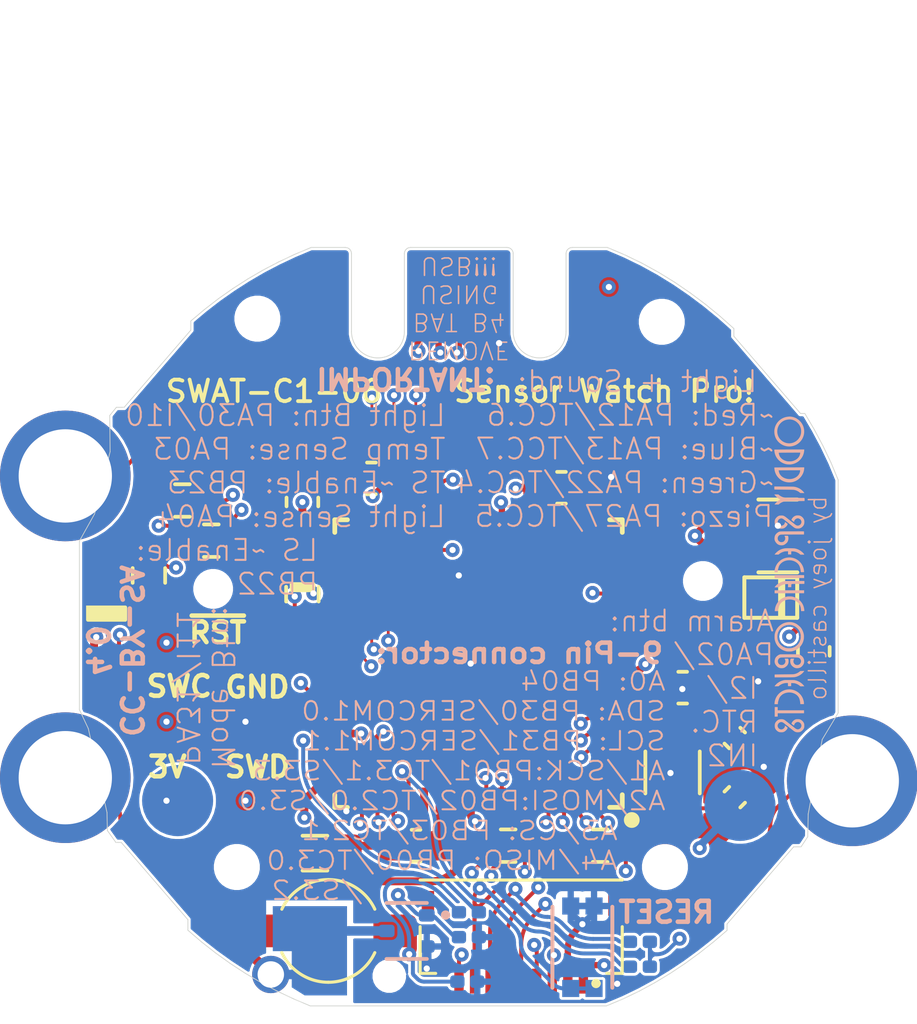
<source format=kicad_pcb>
(kicad_pcb
	(version 20240108)
	(generator "pcbnew")
	(generator_version "8.0")
	(general
		(thickness 0.61)
		(legacy_teardrops no)
	)
	(paper "A4")
	(layers
		(0 "F.Cu" signal)
		(1 "In1.Cu" signal)
		(2 "In2.Cu" signal)
		(31 "B.Cu" signal)
		(32 "B.Adhes" user "B.Adhesive")
		(33 "F.Adhes" user "F.Adhesive")
		(34 "B.Paste" user)
		(35 "F.Paste" user)
		(36 "B.SilkS" user "B.Silkscreen")
		(37 "F.SilkS" user "F.Silkscreen")
		(38 "B.Mask" user)
		(39 "F.Mask" user)
		(40 "Dwgs.User" user "User.Drawings")
		(41 "Cmts.User" user "User.Comments")
		(42 "Eco1.User" user "User.Eco1")
		(43 "Eco2.User" user "User.Eco2")
		(44 "Edge.Cuts" user)
		(45 "Margin" user)
		(46 "B.CrtYd" user "B.Courtyard")
		(47 "F.CrtYd" user "F.Courtyard")
		(48 "B.Fab" user)
		(49 "F.Fab" user)
		(50 "User.1" user)
		(51 "User.2" user)
		(52 "User.3" user)
		(53 "User.4" user)
		(54 "User.5" user)
		(55 "User.6" user)
		(56 "User.7" user)
		(57 "User.8" user)
		(58 "User.9" user)
	)
	(setup
		(stackup
			(layer "F.SilkS"
				(type "Top Silk Screen")
				(color "Black")
			)
			(layer "F.Paste"
				(type "Top Solder Paste")
			)
			(layer "F.Mask"
				(type "Top Solder Mask")
				(color "#CC660030")
				(thickness 0.01)
			)
			(layer "F.Cu"
				(type "copper")
				(thickness 0.035)
			)
			(layer "dielectric 1"
				(type "prepreg")
				(color "FR4 natural")
				(thickness 0.15)
				(material "FR4")
				(epsilon_r 4.5)
				(loss_tangent 0.02)
			)
			(layer "In1.Cu"
				(type "copper")
				(thickness 0.035)
			)
			(layer "dielectric 2"
				(type "core")
				(color "FR4 natural")
				(thickness 0.15)
				(material "FR4")
				(epsilon_r 4.5)
				(loss_tangent 0.02)
			)
			(layer "In2.Cu"
				(type "copper")
				(thickness 0.035)
			)
			(layer "dielectric 3"
				(type "prepreg")
				(color "FR4 natural")
				(thickness 0.15)
				(material "FR4")
				(epsilon_r 4.5)
				(loss_tangent 0.02)
			)
			(layer "B.Cu"
				(type "copper")
				(thickness 0.035)
			)
			(layer "B.Mask"
				(type "Bottom Solder Mask")
				(color "#CC660030")
				(thickness 0.01)
			)
			(layer "B.Paste"
				(type "Bottom Solder Paste")
			)
			(layer "B.SilkS"
				(type "Bottom Silk Screen")
				(color "Black")
			)
			(copper_finish "None")
			(dielectric_constraints no)
			(castellated_pads yes)
		)
		(pad_to_mask_clearance 0)
		(allow_soldermask_bridges_in_footprints no)
		(pcbplotparams
			(layerselection 0x00010fc_ffffffff)
			(plot_on_all_layers_selection 0x0000000_00000000)
			(disableapertmacros no)
			(usegerberextensions no)
			(usegerberattributes no)
			(usegerberadvancedattributes yes)
			(creategerberjobfile no)
			(dashed_line_dash_ratio 12.000000)
			(dashed_line_gap_ratio 3.000000)
			(svgprecision 6)
			(plotframeref no)
			(viasonmask no)
			(mode 1)
			(useauxorigin no)
			(hpglpennumber 1)
			(hpglpenspeed 20)
			(hpglpendiameter 15.000000)
			(pdf_front_fp_property_popups yes)
			(pdf_back_fp_property_popups yes)
			(dxfpolygonmode yes)
			(dxfimperialunits yes)
			(dxfusepcbnewfont yes)
			(psnegative no)
			(psa4output no)
			(plotreference yes)
			(plotvalue yes)
			(plotfptext yes)
			(plotinvisibletext no)
			(sketchpadsonfab no)
			(subtractmaskfromsilk no)
			(outputformat 1)
			(mirror no)
			(drillshape 0)
			(scaleselection 1)
			(outputdirectory "./OSO-SWAT-C1-06")
		)
	)
	(net 0 "")
	(net 1 "GND")
	(net 2 "/~{RESET}")
	(net 3 "/SWDIO_MODE")
	(net 4 "/VDDCORE")
	(net 5 "/XIN32")
	(net 6 "/XOUT32")
	(net 7 "/SWCLK_LIGHT")
	(net 8 "/VDDOUT")
	(net 9 "Net-(D2A-CR)")
	(net 10 "/USB_P")
	(net 11 "/USB_N")
	(net 12 "/BUZZER")
	(net 13 "/ALARM")
	(net 14 "/TEMPSENSE")
	(net 15 "/SEG0")
	(net 16 "/SEG1")
	(net 17 "/SEG2")
	(net 18 "/SEG3")
	(net 19 "/SEG4")
	(net 20 "/SEG5")
	(net 21 "/SEG6")
	(net 22 "/SEG7")
	(net 23 "/SEG8")
	(net 24 "/SEG9")
	(net 25 "/SEG10")
	(net 26 "/SEG11")
	(net 27 "/SEG12")
	(net 28 "/SEG13")
	(net 29 "/SEG14")
	(net 30 "/SEG15")
	(net 31 "/SEG16")
	(net 32 "/SEG17")
	(net 33 "/COM2")
	(net 34 "/COM1")
	(net 35 "VCC")
	(net 36 "/COM0")
	(net 37 "VBUS")
	(net 38 "/SEG18")
	(net 39 "/SEG19")
	(net 40 "/SEG20")
	(net 41 "+3V3")
	(net 42 "/SEG21")
	(net 43 "/SEG22")
	(net 44 "/SEG23")
	(net 45 "/A2_MOSI")
	(net 46 "/A1_SCK")
	(net 47 "/SCL")
	(net 48 "/SDA")
	(net 49 "/A0")
	(net 50 "/A4{slash}D1{slash}MISO")
	(net 51 "/A3{slash}D0{slash}CS")
	(net 52 "unconnected-(J2-PadMP1)")
	(net 53 "unconnected-(J2-PadMP2)")
	(net 54 "/~{RED}")
	(net 55 "/~{GREEN}")
	(net 56 "/~{BLUE}")
	(net 57 "/LIGHTSENSE")
	(net 58 "/~{LS_ENABLE}")
	(net 59 "Net-(D2C-CB)")
	(net 60 "/~{TS_ENABLE}")
	(net 61 "Net-(D2B-CG)")
	(net 62 "unconnected-(U$2D-ID-PadUSB_ID)")
	(net 63 "/VLCD")
	(net 64 "/BUZZER_HV")
	(footprint "Capacitor_SMD:C_0603_1608Metric" (layer "F.Cu") (at 7.146279 8.211321 90))
	(footprint "OSO-SWAT-A1-05:SOD-323F" (layer "F.Cu") (at 22.208479 11.284721))
	(footprint "Resistor_SMD:R_0603_1608Metric" (layer "F.Cu") (at 3.285479 8.164521 180))
	(footprint "Capacitor_SMD:C_0402_1005Metric" (layer "F.Cu") (at 21.05 17.7 45))
	(footprint "Capacitor_SMD:C_0603_1608Metric" (layer "F.Cu") (at 10.8 19.26))
	(footprint "OSO-SWAT-A1-05:ELT3KN" (layer "F.Cu") (at 7.98 22))
	(footprint "OSO-SWAT-A1-05:FH19C9S05SH10" (layer "F.Cu") (at 14.182079 21.114521 180))
	(footprint "Resistor_SMD:R_0603_1608Metric" (layer "F.Cu") (at 13.763479 19.260321 180))
	(footprint "Crystal:Crystal_SMD_3215-2Pin_3.2x1.5mm" (layer "F.Cu") (at 19.05 16.905621 90))
	(footprint "Capacitor_SMD:C_0402_1005Metric" (layer "F.Cu") (at 21.05 15.8 -45))
	(footprint "OSO-SWAT-A1-05:MICROBUILDER_TESTPOINT_ROUND_1.5MM" (layer "F.Cu") (at 7.349479 1.302521 180))
	(footprint "Capacitor_SMD:C_0603_1608Metric" (layer "F.Cu") (at 15.477479 7.754121))
	(footprint "OSO-SWAT-A1-05:QFN64_9X9MC_MCH" (layer "F.Cu") (at 12.810479 13.405621 180))
	(footprint "Resistor_SMD:R_0603_1608Metric" (layer "F.Cu") (at 16.722079 19.260321 180))
	(footprint "Capacitor_SMD:C_0603_1608Metric" (layer "F.Cu") (at 23.592779 13.011921 -90))
	(footprint "Capacitor_SMD:C_0603_1608Metric" (layer "F.Cu") (at 9.365479 7.454521 180))
	(footprint "OSO-SWAT-A1-05:SOT65P210X110-5N" (layer "F.Cu") (at 22.437079 9.303521))
	(footprint "OSO-SWAT-A1-05:MICROBUILDER_TESTPOINT_ROUND_1.5MM" (layer "F.Cu") (at 17.001479 1.302521))
	(footprint "OSO-SWD:OSO_SWD_2x3" (layer "F.Cu") (at 4.04548 15.27452))
	(footprint "Capacitor_SMD:C_0603_1608Metric" (layer "F.Cu") (at 19.375479 14.180321))
	(footprint "OSO-SWAT-A1-05:CASIO-F91W-OUTLINE-USB" (layer "F.Cu") (at 12.175479 12.224521))
	(footprint "Inductor_SMD:L_0805_2012Metric" (layer "F.Cu") (at 7.55 19.5 180))
	(footprint "Resistor_SMD:R_0603_1608Metric" (layer "F.Cu") (at 4.2164 9.455921 180))
	(footprint "Resistor_SMD:R_0603_1608Metric" (layer "F.Cu") (at 7.145479 11.174521 -90))
	(footprint "OSO-SWAT-A1-05:MICROBUILDER_TESTPOINT_ROUND_1.5MM" (layer "F.Cu") (at 21.065479 20.098521 180))
	(footprint "OSO-SWAT-A1-05:MICROBUILDER_TESTPOINT_ROUND_1.5MM" (layer "F.Cu") (at 3.285479 20.098521 180))
	(footprint "Resistor_SMD:R_0603_1608Metric" (layer "F.Cu") (at 2.2098 10.573521 -90))
	(footprint "OSO-SWAT-A1-05:LED_QBLP655_RGB" (layer "F.Cu") (at 0.847079 12.224521 90))
	(footprint "Resistor_SMD:R_0201_0603Metric" (layer "B.Cu") (at 18 23.15 180))
	(footprint "Resistor_SMD:R_0201_0603Metric" (layer "B.Cu") (at 12.5 21.4))
	(footprint "Resistor_SMD:R_0201_0603Metric" (layer "B.Cu") (at 12.5 22.2))
	(footprint "OSO-SWAT-A1-05:SW_EVP-BB1AAB000"
		(layer "B.Cu")
		(uuid "78b41020-d19c-4f89-a3c1-c91502db3a17")
		(at 16.15 22.524521 -90)
		(property "Reference" "RESET0"
			(at 0.0254 -2.0828 90)
			(layer "B.SilkS")
			(hide yes)
			(uuid "46df3609-e019-47b0-a518-6e768862f4e9")
			(effects
				(font
					(size 0.297416 0.297416)
					(thickness 0.074354)
				)
				(justify left mirror)
			)
		)
		(property "Value" "EVP-BB1AAB000"
			(at -2.629818 -3.005518 90)
			(layer "B.Fab")
			(hide yes)
			(uuid "8e184a26-35cf-464c-a00c-d2e5f8dca9c3")
			(effects
				(font
					(size 0.297302 0.297302)
					(thickness 0.074326)
				)
				(justify left mirror)
			)
		)
		(property "Footprint" "OSO-SWAT-A1-05:SW_EVP-BB1AAB000"
			(at 0 0 -90)
			(unlocked yes)
			(layer "F.Fab")
			(hide yes)
			(uuid "a6b6b908-05f5-4206-8a81-4497067a3605")
			(effects
				(font
					(size 1.27 1.27)
					(thickness 0.15)
				)
			)
		)
		(property "Datasheet" ""
			(at 0 0 -90)
			(unlocked yes)
			(layer "F.Fab")
			(hide yes)
			(uuid "3b94061d-793d-4548-ba4a-82540cc26f41")
			(effects
				(font
					(size 1.27 1.27)
					(thickness 0.15)
				)
			)
		)
		(property "Description" ""
			(at 0 0 -90)
			(unlocked yes)
			(layer "F.Fab")
			(hide yes)
			(uuid "2c111d47-9e2b-4859-ae3b-1949ef329e4a")
			(effects
				(font
					(size 1.27 1.27)
					(thickness 0.15)
				)
			)
		)
		(path "/c9a937a4-7cab-458f-91ae-3adbd056ab8f")
		(sheetname "Root")
		(sheetfile "OSO-SWAT-C1.kicad_sch")
		(fp_line
			(start -1.325 -0.375)
			(end -1.325 0.375)
			(stroke
				(width 0.465)
				(type solid)
			)
			(layer "B.Paste")
			(uuid "92be7185-dfc7-4d07-b9b1-ee4fed4480dd")
		)
		(fp_line
			(start 1.325 -0.375)
			(end 1.325 0.375)
			(stroke
				(width 0.465)
				(type solid)
			)
			(layer "B.Paste")
			(uuid "96e0f97f-8499-48b2-b5e9-8cd3fc2d9879")
		)
		(fp_poly
			(pts
				(xy -1.095 0.145) (xy -1.555 0.145) (xy -1.555 0.605) (xy -1.095 0.605)
			)
			(stroke
				(width 0)
				(type solid)
			)
			(fill solid)
			(layer "B.Paste")
			(uuid "4c83067a-c198-4aae-bc0a-fb9174433e38")
		)
		(fp_poly
			(pts
				(xy 1.555 0.145) (xy 1.095 0.145) (xy 1.095 0.605) (xy 1.555 0.605)
			)
			(stroke
				(width 0)
				(type solid)
			)
			(fill solid)
			(layer "B.Paste")
			(uuid "316c15e0-5be3-4ea2-b282-1ee537ff33f3")
		)
		(fp_poly
			(pts
				(xy -1.095 -0.605) (xy -1.555 -0.605) (xy -1.555 -0.145) (xy -1.095 -0.145)
			)
			(stroke
				(width 0)
				(type solid)
			)
			(fill solid)
			(layer "B.Paste")
			(uuid "667bda11-f0c2-4fb9-9366-e11bbd93995e")
		)
		(fp_poly
			(pts
				(xy 1.555 -0.605) (xy 1.095 -0.605) (xy 1.095 -0.145) (xy 1.555 -0.145)
			)
			(stroke
				(width 0)
				(type solid)
			)
			(fill solid)
			(layer "B.Paste")
			(uuid "04c89967-04a4-4eb1-a70b-21990ff102a1")
		)
		(fp_line
			(start 
... [6338153 chars truncated]
</source>
